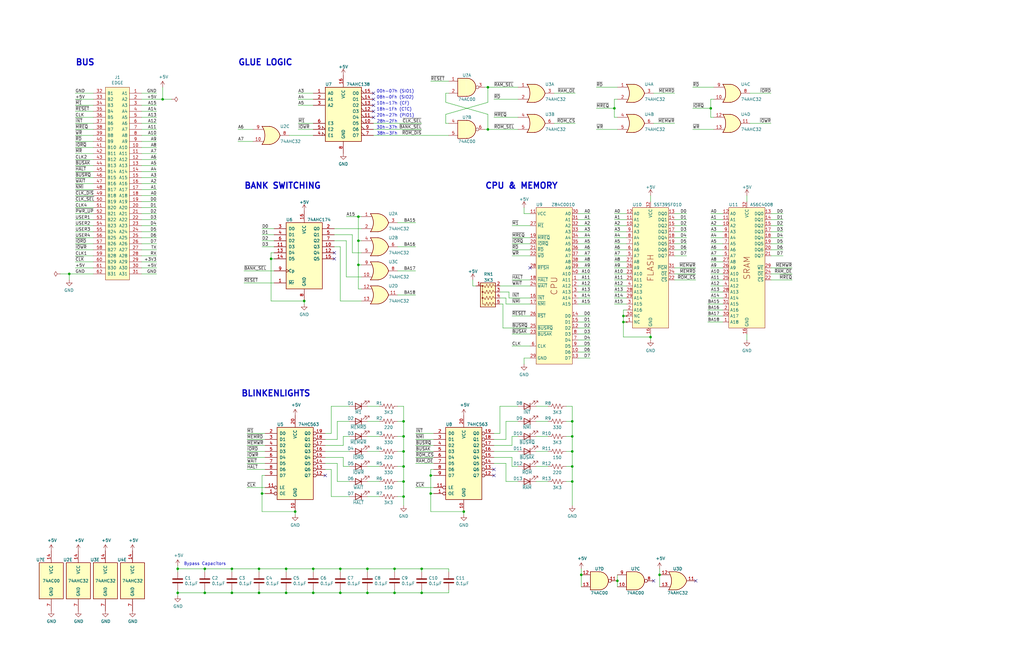
<source format=kicad_sch>
(kicad_sch (version 20211123) (generator eeschema)
  (paper "USLedger")
  (title_block (title "CPU,  64K FLASH, 512K RAM, with blinkenlights") (date "2022-10-27") (rev "1.1") (company "Frederic Segard, aka: The Micro Hobbyist") (comment 4 "Done with the inspiration of Grant Searl and John Winans"))
  (junction (at 241.3 177.8))
  (junction (at 114.3 109.22))
  (junction (at 97.79 240.03))
  (junction (at 205.74 36.83))
  (junction (at 170.18 196.85))
  (junction (at 132.08 250.19))
  (junction (at 278.13 242.57))
  (junction (at 109.22 240.03))
  (junction (at 29.21 115.57))
  (junction (at 74.93 240.03))
  (junction (at 262.89 135.89))
  (junction (at 177.8 250.19))
  (junction (at 154.94 240.03))
  (junction (at 170.18 209.55))
  (junction (at 110.49 208.28))
  (junction (at 274.32 142.24))
  (junction (at 97.79 250.19))
  (junction (at 154.94 250.19))
  (junction (at 177.8 240.03))
  (junction (at 143.51 250.19))
  (junction (at 205.74 54.61))
  (junction (at 170.18 203.2))
  (junction (at 170.18 177.8))
  (junction (at 151.13 101.6))
  (junction (at 124.46 215.9))
  (junction (at 241.3 190.5))
  (junction (at 151.13 111.76))
  (junction (at 68.58 41.91))
  (junction (at 86.36 240.03))
  (junction (at 132.08 240.03))
  (junction (at 170.18 184.15))
  (junction (at 74.93 250.19))
  (junction (at 181.61 200.66))
  (junction (at 170.18 190.5))
  (junction (at 241.3 196.85))
  (junction (at 120.65 250.19))
  (junction (at 241.3 203.2))
  (junction (at 120.65 240.03))
  (junction (at 143.51 240.03))
  (junction (at 299.72 45.72))
  (junction (at 128.27 127))
  (junction (at 259.08 45.72))
  (junction (at 181.61 208.28))
  (junction (at 260.35 245.11))
  (junction (at 245.11 242.57))
  (junction (at 166.37 240.03))
  (junction (at 86.36 250.19))
  (junction (at 151.13 91.44))
  (junction (at 262.89 133.35))
  (junction (at 195.58 215.9))
  (junction (at 109.22 250.19))
  (junction (at 241.3 184.15))
  (junction (at 166.37 250.19))
  (no_connect (at 157.48 44.45))
  (no_connect (at 137.16 200.66))
  (no_connect (at 275.59 245.11))
  (no_connect (at 293.37 245.11))
  (no_connect (at 140.97 106.68))
  (no_connect (at 208.28 200.66))
  (no_connect (at 208.28 198.12))
  (no_connect (at 157.48 46.99))
  (no_connect (at 140.97 109.22))
  (no_connect (at 157.48 49.53))
  (no_connect (at 157.48 39.37))
  (no_connect (at 157.48 41.91))
  (no_connect (at 223.52 113.03))
  (wire (pts (xy 304.8 107.95) (xy 299.72 107.95)))
  (wire (pts (xy 208.28 49.53) (xy 218.44 49.53)))
  (wire (pts (xy 31.75 39.37) (xy 39.37 39.37)))
  (wire (pts (xy 199.39 118.11) (xy 199.39 120.65)))
  (wire (pts (xy 284.48 100.33) (xy 289.56 100.33)))
  (wire (pts (xy 59.69 105.41) (xy 66.04 105.41)))
  (wire (pts (xy 325.12 113.03) (xy 334.01 113.03)))
  (wire (pts (xy 264.16 92.71) (xy 259.08 92.71)))
  (wire (pts (xy 166.37 241.3) (xy 166.37 240.03)))
  (wire (pts (xy 189.23 241.3) (xy 189.23 240.03)))
  (wire (pts (xy 210.82 182.88) (xy 210.82 171.45)))
  (wire (pts (xy 170.18 177.8) (xy 170.18 184.15)))
  (wire (pts (xy 208.28 185.42) (xy 213.36 185.42)))
  (wire (pts (xy 143.51 127) (xy 143.51 104.14)))
  (wire (pts (xy 264.16 133.35) (xy 262.89 133.35)))
  (wire (pts (xy 243.84 107.95) (xy 248.92 107.95)))
  (wire (pts (xy 200.66 120.65) (xy 199.39 120.65)))
  (wire (pts (xy 215.9 146.05) (xy 223.52 146.05)))
  (wire (pts (xy 137.16 195.58) (xy 142.24 195.58)))
  (wire (pts (xy 226.06 203.2) (xy 231.14 203.2)))
  (wire (pts (xy 104.14 182.88) (xy 111.76 182.88)))
  (wire (pts (xy 59.69 95.25) (xy 66.04 95.25)))
  (wire (pts (xy 177.8 240.03) (xy 166.37 240.03)))
  (wire (pts (xy 243.84 128.27) (xy 248.92 128.27)))
  (wire (pts (xy 144.78 193.04) (xy 144.78 196.85)))
  (wire (pts (xy 264.16 107.95) (xy 259.08 107.95)))
  (wire (pts (xy 167.64 203.2) (xy 170.18 203.2)))
  (wire (pts (xy 213.36 203.2) (xy 218.44 203.2)))
  (wire (pts (xy 110.49 99.06) (xy 115.57 99.06)))
  (wire (pts (xy 215.9 100.33) (xy 223.52 100.33)))
  (wire (pts (xy 167.64 190.5) (xy 170.18 190.5)))
  (wire (pts (xy 181.61 208.28) (xy 182.88 208.28)))
  (wire (pts (xy 325.12 115.57) (xy 334.01 115.57)))
  (wire (pts (xy 175.26 205.74) (xy 182.88 205.74)))
  (wire (pts (xy 31.75 87.63) (xy 39.37 87.63)))
  (wire (pts (xy 154.94 209.55) (xy 160.02 209.55)))
  (wire (pts (xy 143.51 127) (xy 152.4 127)))
  (wire (pts (xy 109.22 248.92) (xy 109.22 250.19)))
  (wire (pts (xy 259.08 41.91) (xy 260.35 41.91)))
  (wire (pts (xy 59.69 54.61) (xy 66.04 54.61)))
  (wire (pts (xy 264.16 105.41) (xy 259.08 105.41)))
  (wire (pts (xy 226.06 190.5) (xy 231.14 190.5)))
  (wire (pts (xy 31.75 59.69) (xy 39.37 59.69)))
  (wire (pts (xy 59.69 69.85) (xy 66.04 69.85)))
  (wire (pts (xy 325.12 90.17) (xy 330.2 90.17)))
  (wire (pts (xy 74.93 248.92) (xy 74.93 250.19)))
  (wire (pts (xy 120.65 240.03) (xy 109.22 240.03)))
  (wire (pts (xy 114.3 106.68) (xy 114.3 109.22)))
  (wire (pts (xy 114.3 109.22) (xy 114.3 127)))
  (wire (pts (xy 189.23 39.37) (xy 187.96 39.37)))
  (wire (pts (xy 31.75 74.93) (xy 39.37 74.93)))
  (wire (pts (xy 31.75 82.55) (xy 39.37 82.55)))
  (wire (pts (xy 29.21 115.57) (xy 39.37 115.57)))
  (wire (pts (xy 233.68 39.37) (xy 242.57 39.37)))
  (wire (pts (xy 132.08 250.19) (xy 143.51 250.19)))
  (wire (pts (xy 31.75 62.23) (xy 39.37 62.23)))
  (wire (pts (xy 210.82 120.65) (xy 223.52 120.65)))
  (wire (pts (xy 215.9 187.96) (xy 215.9 184.15)))
  (wire (pts (xy 142.24 185.42) (xy 142.24 177.8)))
  (wire (pts (xy 243.84 146.05) (xy 248.92 146.05)))
  (wire (pts (xy 304.8 115.57) (xy 299.72 115.57)))
  (wire (pts (xy 137.16 182.88) (xy 139.7 182.88)))
  (wire (pts (xy 292.1 36.83) (xy 300.99 36.83)))
  (wire (pts (xy 243.84 138.43) (xy 248.92 138.43)))
  (wire (pts (xy 86.36 240.03) (xy 74.93 240.03)))
  (wire (pts (xy 170.18 190.5) (xy 170.18 196.85)))
  (wire (pts (xy 260.35 245.11) (xy 260.35 247.65)))
  (wire (pts (xy 264.16 100.33) (xy 259.08 100.33)))
  (wire (pts (xy 304.8 100.33) (xy 299.72 100.33)))
  (wire (pts (xy 142.24 195.58) (xy 142.24 203.2)))
  (wire (pts (xy 264.16 118.11) (xy 259.08 118.11)))
  (wire (pts (xy 121.92 57.15) (xy 132.08 57.15)))
  (wire (pts (xy 262.89 130.81) (xy 264.16 130.81)))
  (wire (pts (xy 59.69 102.87) (xy 66.04 102.87)))
  (wire (pts (xy 97.79 250.19) (xy 109.22 250.19)))
  (wire (pts (xy 264.16 95.25) (xy 259.08 95.25)))
  (wire (pts (xy 59.69 92.71) (xy 66.04 92.71)))
  (wire (pts (xy 210.82 171.45) (xy 218.44 171.45)))
  (wire (pts (xy 262.89 133.35) (xy 262.89 135.89)))
  (wire (pts (xy 154.94 177.8) (xy 160.02 177.8)))
  (wire (pts (xy 167.64 171.45) (xy 170.18 171.45)))
  (wire (pts (xy 167.64 184.15) (xy 170.18 184.15)))
  (wire (pts (xy 120.65 241.3) (xy 120.65 240.03)))
  (wire (pts (xy 31.75 44.45) (xy 39.37 44.45)))
  (wire (pts (xy 154.94 248.92) (xy 154.94 250.19)))
  (wire (pts (xy 86.36 250.19) (xy 97.79 250.19)))
  (wire (pts (xy 167.64 124.46) (xy 175.26 124.46)))
  (wire (pts (xy 243.84 125.73) (xy 248.92 125.73)))
  (wire (pts (xy 304.8 97.79) (xy 299.72 97.79)))
  (wire (pts (xy 215.9 140.97) (xy 223.52 140.97)))
  (wire (pts (xy 104.14 193.04) (xy 111.76 193.04)))
  (wire (pts (xy 293.37 118.11) (xy 284.48 118.11)))
  (wire (pts (xy 151.13 121.92) (xy 152.4 121.92)))
  (wire (pts (xy 59.69 100.33) (xy 66.04 100.33)))
  (wire (pts (xy 177.8 250.19) (xy 189.23 250.19)))
  (wire (pts (xy 314.96 82.55) (xy 314.96 85.09)))
  (wire (pts (xy 109.22 250.19) (xy 120.65 250.19)))
  (wire (pts (xy 151.13 101.6) (xy 152.4 101.6)))
  (wire (pts (xy 167.64 196.85) (xy 170.18 196.85)))
  (wire (pts (xy 299.72 41.91) (xy 300.99 41.91)))
  (wire (pts (xy 31.75 52.07) (xy 39.37 52.07)))
  (wire (pts (xy 120.65 248.92) (xy 120.65 250.19)))
  (wire (pts (xy 59.69 41.91) (xy 68.58 41.91)))
  (wire (pts (xy 31.75 107.95) (xy 39.37 107.95)))
  (wire (pts (xy 189.23 248.92) (xy 189.23 250.19)))
  (wire (pts (xy 175.26 187.96) (xy 182.88 187.96)))
  (wire (pts (xy 31.75 95.25) (xy 39.37 95.25)))
  (wire (pts (xy 304.8 105.41) (xy 299.72 105.41)))
  (wire (pts (xy 304.8 92.71) (xy 299.72 92.71)))
  (wire (pts (xy 208.28 193.04) (xy 215.9 193.04)))
  (wire (pts (xy 205.74 36.83) (xy 218.44 36.83)))
  (wire (pts (xy 170.18 203.2) (xy 170.18 209.55)))
  (wire (pts (xy 304.8 110.49) (xy 299.72 110.49)))
  (wire (pts (xy 125.73 54.61) (xy 132.08 54.61)))
  (wire (pts (xy 139.7 182.88) (xy 139.7 171.45)))
  (wire (pts (xy 208.28 187.96) (xy 215.9 187.96)))
  (wire (pts (xy 143.51 104.14) (xy 140.97 104.14)))
  (wire (pts (xy 125.73 44.45) (xy 132.08 44.45)))
  (wire (pts (xy 243.84 92.71) (xy 248.92 92.71)))
  (wire (pts (xy 260.35 242.57) (xy 260.35 245.11)))
  (wire (pts (xy 299.72 49.53) (xy 300.99 49.53)))
  (wire (pts (xy 31.75 90.17) (xy 39.37 90.17)))
  (wire (pts (xy 245.11 240.03) (xy 245.11 242.57)))
  (wire (pts (xy 100.33 59.69) (xy 106.68 59.69)))
  (wire (pts (xy 125.73 52.07) (xy 132.08 52.07)))
  (wire (pts (xy 97.79 240.03) (xy 86.36 240.03)))
  (wire (pts (xy 208.28 182.88) (xy 210.82 182.88)))
  (wire (pts (xy 175.26 190.5) (xy 182.88 190.5)))
  (wire (pts (xy 74.93 250.19) (xy 86.36 250.19)))
  (wire (pts (xy 325.12 102.87) (xy 330.2 102.87)))
  (wire (pts (xy 215.9 95.25) (xy 223.52 95.25)))
  (wire (pts (xy 137.16 185.42) (xy 142.24 185.42)))
  (wire (pts (xy 31.75 105.41) (xy 39.37 105.41)))
  (wire (pts (xy 264.16 128.27) (xy 259.08 128.27)))
  (wire (pts (xy 140.97 96.52) (xy 152.4 96.52)))
  (wire (pts (xy 74.93 240.03) (xy 74.93 241.3)))
  (wire (pts (xy 205.74 48.26) (xy 187.96 43.18)))
  (wire (pts (xy 59.69 90.17) (xy 66.04 90.17)))
  (wire (pts (xy 223.52 90.17) (xy 220.98 90.17)))
  (wire (pts (xy 213.36 128.27) (xy 223.52 128.27)))
  (wire (pts (xy 316.23 39.37) (xy 325.12 39.37)))
  (wire (pts (xy 151.13 111.76) (xy 152.4 111.76)))
  (wire (pts (xy 243.84 97.79) (xy 248.92 97.79)))
  (wire (pts (xy 274.32 140.97) (xy 274.32 142.24)))
  (wire (pts (xy 238.76 203.2) (xy 241.3 203.2)))
  (wire (pts (xy 104.14 205.74) (xy 111.76 205.74)))
  (wire (pts (xy 205.74 43.18) (xy 187.96 48.26)))
  (wire (pts (xy 195.58 215.9) (xy 195.58 217.17)))
  (wire (pts (xy 31.75 80.01) (xy 39.37 80.01)))
  (wire (pts (xy 241.3 184.15) (xy 241.3 190.5)))
  (wire (pts (xy 137.16 190.5) (xy 147.32 190.5)))
  (wire (pts (xy 210.82 128.27) (xy 212.09 128.27)))
  (wire (pts (xy 284.48 90.17) (xy 289.56 90.17)))
  (wire (pts (xy 293.37 115.57) (xy 284.48 115.57)))
  (wire (pts (xy 31.75 110.49) (xy 39.37 110.49)))
  (wire (pts (xy 304.8 120.65) (xy 299.72 120.65)))
  (wire (pts (xy 213.36 125.73) (xy 213.36 128.27)))
  (wire (pts (xy 31.75 57.15) (xy 39.37 57.15)))
  (wire (pts (xy 262.89 142.24) (xy 274.32 142.24)))
  (wire (pts (xy 170.18 171.45) (xy 170.18 177.8)))
  (wire (pts (xy 189.23 52.07) (xy 187.96 52.07)))
  (wire (pts (xy 292.1 54.61) (xy 300.99 54.61)))
  (wire (pts (xy 325.12 92.71) (xy 330.2 92.71)))
  (wire (pts (xy 241.3 196.85) (xy 241.3 203.2)))
  (wire (pts (xy 175.26 195.58) (xy 182.88 195.58)))
  (wire (pts (xy 167.64 177.8) (xy 170.18 177.8)))
  (wire (pts (xy 132.08 248.92) (xy 132.08 250.19)))
  (wire (pts (xy 74.93 250.19) (xy 74.93 251.46)))
  (wire (pts (xy 104.14 198.12) (xy 111.76 198.12)))
  (wire (pts (xy 97.79 241.3) (xy 97.79 240.03)))
  (wire (pts (xy 110.49 200.66) (xy 110.49 208.28)))
  (wire (pts (xy 139.7 209.55) (xy 147.32 209.55)))
  (wire (pts (xy 215.9 107.95) (xy 223.52 107.95)))
  (wire (pts (xy 325.12 100.33) (xy 330.2 100.33)))
  (wire (pts (xy 278.13 242.57) (xy 278.13 247.65)))
  (wire (pts (xy 304.8 125.73) (xy 299.72 125.73)))
  (wire (pts (xy 304.8 90.17) (xy 299.72 90.17)))
  (wire (pts (xy 259.08 45.72) (xy 259.08 49.53)))
  (wire (pts (xy 125.73 39.37) (xy 132.08 39.37)))
  (wire (pts (xy 31.75 46.99) (xy 39.37 46.99)))
  (wire (pts (xy 154.94 184.15) (xy 160.02 184.15)))
  (wire (pts (xy 223.52 151.13) (xy 220.98 151.13)))
  (wire (pts (xy 170.18 209.55) (xy 170.18 213.36)))
  (wire (pts (xy 132.08 241.3) (xy 132.08 240.03)))
  (wire (pts (xy 111.76 200.66) (xy 110.49 200.66)))
  (wire (pts (xy 59.69 46.99) (xy 66.04 46.99)))
  (wire (pts (xy 31.75 92.71) (xy 39.37 92.71)))
  (wire (pts (xy 243.84 140.97) (xy 248.92 140.97)))
  (wire (pts (xy 189.23 240.03) (xy 177.8 240.03)))
  (wire (pts (xy 154.94 190.5) (xy 160.02 190.5)))
  (wire (pts (xy 148.59 99.06) (xy 140.97 99.06)))
  (wire (pts (xy 170.18 196.85) (xy 170.18 203.2)))
  (wire (pts (xy 144.78 196.85) (xy 147.32 196.85)))
  (wire (pts (xy 139.7 171.45) (xy 147.32 171.45)))
  (wire (pts (xy 59.69 64.77) (xy 66.04 64.77)))
  (wire (pts (xy 298.45 135.89) (xy 304.8 135.89)))
  (wire (pts (xy 181.61 200.66) (xy 181.61 198.12)))
  (wire (pts (xy 157.48 52.07) (xy 177.8 52.07)))
  (wire (pts (xy 177.8 248.92) (xy 177.8 250.19)))
  (wire (pts (xy 264.16 97.79) (xy 259.08 97.79)))
  (wire (pts (xy 175.26 193.04) (xy 182.88 193.04)))
  (wire (pts (xy 304.8 95.25) (xy 299.72 95.25)))
  (wire (pts (xy 181.61 200.66) (xy 182.88 200.66)))
  (wire (pts (xy 215.9 133.35) (xy 223.52 133.35)))
  (wire (pts (xy 325.12 95.25) (xy 330.2 95.25)))
  (wire (pts (xy 243.84 105.41) (xy 248.92 105.41)))
  (wire (pts (xy 298.45 130.81) (xy 304.8 130.81)))
  (wire (pts (xy 251.46 54.61) (xy 260.35 54.61)))
  (wire (pts (xy 262.89 135.89) (xy 264.16 135.89)))
  (wire (pts (xy 213.36 185.42) (xy 213.36 177.8)))
  (wire (pts (xy 251.46 36.83) (xy 260.35 36.83)))
  (wire (pts (xy 86.36 248.92) (xy 86.36 250.19)))
  (wire (pts (xy 59.69 74.93) (xy 66.04 74.93)))
  (wire (pts (xy 144.78 187.96) (xy 144.78 184.15)))
  (wire (pts (xy 208.28 195.58) (xy 213.36 195.58)))
  (wire (pts (xy 125.73 41.91) (xy 132.08 41.91)))
  (wire (pts (xy 137.16 193.04) (xy 144.78 193.04)))
  (wire (pts (xy 238.76 190.5) (xy 241.3 190.5)))
  (wire (pts (xy 264.16 125.73) (xy 259.08 125.73)))
  (wire (pts (xy 264.16 113.03) (xy 259.08 113.03)))
  (wire (pts (xy 243.84 100.33) (xy 248.92 100.33)))
  (wire (pts (xy 29.21 115.57) (xy 29.21 118.11)))
  (wire (pts (xy 31.75 97.79) (xy 39.37 97.79)))
  (wire (pts (xy 166.37 240.03) (xy 154.94 240.03)))
  (wire (pts (xy 104.14 187.96) (xy 111.76 187.96)))
  (wire (pts (xy 59.69 52.07) (xy 66.04 52.07)))
  (wire (pts (xy 220.98 87.63) (xy 220.98 90.17)))
  (wire (pts (xy 148.59 106.68) (xy 148.59 99.06)))
  (wire (pts (xy 59.69 87.63) (xy 66.04 87.63)))
  (wire (pts (xy 157.48 57.15) (xy 189.23 57.15)))
  (wire (pts (xy 213.36 195.58) (xy 213.36 203.2)))
  (wire (pts (xy 167.64 114.3) (xy 175.26 114.3)))
  (wire (pts (xy 59.69 59.69) (xy 66.04 59.69)))
  (wire (pts (xy 213.36 177.8) (xy 218.44 177.8)))
  (wire (pts (xy 215.9 196.85) (xy 218.44 196.85)))
  (wire (pts (xy 212.09 138.43) (xy 223.52 138.43)))
  (wire (pts (xy 100.33 54.61) (xy 106.68 54.61)))
  (wire (pts (xy 102.87 114.3) (xy 115.57 114.3)))
  (wire (pts (xy 59.69 113.03) (xy 66.04 113.03)))
  (wire (pts (xy 59.69 85.09) (xy 66.04 85.09)))
  (wire (pts (xy 59.69 39.37) (xy 66.04 39.37)))
  (wire (pts (xy 264.16 120.65) (xy 259.08 120.65)))
  (wire (pts (xy 175.26 182.88) (xy 182.88 182.88)))
  (wire (pts (xy 241.3 203.2) (xy 241.3 213.36)))
  (wire (pts (xy 59.69 72.39) (xy 66.04 72.39)))
  (wire (pts (xy 205.74 36.83) (xy 205.74 43.18)))
  (wire (pts (xy 68.58 36.83) (xy 68.58 41.91)))
  (wire (pts (xy 274.32 82.55) (xy 274.32 85.09)))
  (wire (pts (xy 243.84 120.65) (xy 248.92 120.65)))
  (wire (pts (xy 243.84 151.13) (xy 248.92 151.13)))
  (wire (pts (xy 284.48 97.79) (xy 289.56 97.79)))
  (wire (pts (xy 110.49 208.28) (xy 110.49 215.9)))
  (wire (pts (xy 59.69 49.53) (xy 66.04 49.53)))
  (wire (pts (xy 31.75 49.53) (xy 39.37 49.53)))
  (wire (pts (xy 66.04 110.49) (xy 59.69 110.49)))
  (wire (pts (xy 151.13 91.44) (xy 152.4 91.44)))
  (wire (pts (xy 215.9 118.11) (xy 223.52 118.11)))
  (wire (pts (xy 25.4 115.57) (xy 29.21 115.57)))
  (wire (pts (xy 31.75 85.09) (xy 39.37 85.09)))
  (wire (pts (xy 31.75 77.47) (xy 39.37 77.47)))
  (wire (pts (xy 109.22 240.03) (xy 97.79 240.03)))
  (wire (pts (xy 31.75 113.03) (xy 39.37 113.03)))
  (wire (pts (xy 214.63 123.19) (xy 214.63 125.73)))
  (wire (pts (xy 304.8 118.11) (xy 299.72 118.11)))
  (wire (pts (xy 243.84 113.03) (xy 248.92 113.03)))
  (wire (pts (xy 243.84 90.17) (xy 248.92 90.17)))
  (wire (pts (xy 325.12 105.41) (xy 330.2 105.41)))
  (wire (pts (xy 142.24 203.2) (xy 147.32 203.2)))
  (wire (pts (xy 274.32 142.24) (xy 274.32 143.51)))
  (wire (pts (xy 110.49 96.52) (xy 115.57 96.52)))
  (wire (pts (xy 110.49 104.14) (xy 115.57 104.14)))
  (wire (pts (xy 243.84 148.59) (xy 248.92 148.59)))
  (wire (pts (xy 181.61 198.12) (xy 182.88 198.12)))
  (wire (pts (xy 181.61 34.29) (xy 189.23 34.29)))
  (wire (pts (xy 187.96 39.37) (xy 187.96 43.18)))
  (wire (pts (xy 144.78 184.15) (xy 147.32 184.15)))
  (wire (pts (xy 259.08 41.91) (xy 259.08 45.72)))
  (wire (pts (xy 212.09 128.27) (xy 212.09 138.43)))
  (wire (pts (xy 110.49 208.28) (xy 111.76 208.28)))
  (wire (pts (xy 284.48 113.03) (xy 293.37 113.03)))
  (wire (pts (xy 148.59 106.68) (xy 152.4 106.68)))
  (wire (pts (xy 243.84 118.11) (xy 248.92 118.11)))
  (wire (pts (xy 325.12 118.11) (xy 334.01 118.11)))
  (wire (pts (xy 143.51 240.03) (xy 132.08 240.03)))
  (wire (pts (xy 304.8 102.87) (xy 299.72 102.87)))
  (wire (pts (xy 137.16 187.96) (xy 144.78 187.96)))
  (wire (pts (xy 226.06 177.8) (xy 231.14 177.8)))
  (wire (pts (xy 104.14 195.58) (xy 111.76 195.58)))
  (wire (pts (xy 284.48 92.71) (xy 289.56 92.71)))
  (wire (pts (xy 132.08 240.03) (xy 120.65 240.03)))
  (wire (pts (xy 167.64 209.55) (xy 170.18 209.55)))
  (wire (pts (xy 264.16 110.49) (xy 259.08 110.49)))
  (wire (pts (xy 205.74 54.61) (xy 218.44 54.61)))
  (wire (pts (xy 137.16 198.12) (xy 139.7 198.12)))
  (wire (pts (xy 241.3 177.8) (xy 241.3 184.15)))
  (wire (pts (xy 233.68 52.07) (xy 242.57 52.07)))
  (wire (pts (xy 259.08 49.53) (xy 260.35 49.53)))
  (wire (pts (xy 298.45 128.27) (xy 304.8 128.27)))
  (wire (pts (xy 325.12 107.95) (xy 330.2 107.95)))
  (wire (pts (xy 298.45 133.35) (xy 304.8 133.35)))
  (wire (pts (xy 170.18 184.15) (xy 170.18 190.5)))
  (wire (pts (xy 154.94 241.3) (xy 154.94 240.03)))
  (wire (pts (xy 284.48 105.41) (xy 289.56 105.41)))
  (wire (pts (xy 243.84 123.19) (xy 248.92 123.19)))
  (wire (pts (xy 215.9 193.04) (xy 215.9 196.85)))
  (wire (pts (xy 195.58 215.9) (xy 181.61 215.9)))
  (wire (pts (xy 124.46 215.9) (xy 110.49 215.9)))
  (wire (pts (xy 262.89 130.81) (xy 262.89 133.35)))
  (wire (pts (xy 299.72 45.72) (xy 299.72 49.53)))
  (wire (pts (xy 104.14 190.5) (xy 111.76 190.5)))
  (wire (pts (xy 181.61 208.28) (xy 181.61 215.9)))
  (wire (pts (xy 314.96 140.97) (xy 314.96 143.51)))
  (wire (pts (xy 262.89 135.89) (xy 262.89 142.24)))
  (wire (pts (xy 251.46 45.72) (xy 259.08 45.72)))
  (wire (pts (xy 245.11 242.57) (xy 245.11 247.65)))
  (wire (pts (xy 238.76 171.45) (xy 241.3 171.45)))
  (wire (pts (xy 104.14 185.42) (xy 111.76 185.42)))
  (wire (pts (xy 204.47 36.83) (xy 205.74 36.83)))
  (wire (pts (xy 128.27 128.27) (xy 128.27 127)))
  (wire (pts (xy 292.1 45.72) (xy 299.72 45.72)))
  (wire (pts (xy 238.76 184.15) (xy 241.3 184.15)))
  (wire (pts (xy 166.37 250.19) (xy 177.8 250.19)))
  (wire (pts (xy 264.16 90.17) (xy 259.08 90.17)))
  (wire (pts (xy 243.84 135.89) (xy 248.92 135.89)))
  (wire (pts (xy 59.69 115.57) (xy 66.04 115.57)))
  (wire (pts (xy 226.06 171.45) (xy 231.14 171.45)))
  (wire (pts (xy 151.13 101.6) (xy 151.13 111.76)))
  (wire (pts (xy 210.82 125.73) (xy 213.36 125.73)))
  (wire (pts (xy 238.76 196.85) (xy 241.3 196.85)))
  (wire (pts (xy 151.13 111.76) (xy 151.13 121.92)))
  (wire (pts (xy 208.28 190.5) (xy 218.44 190.5)))
  (wire (pts (xy 31.75 64.77) (xy 39.37 64.77)))
  (wire (pts (xy 86.36 241.3) (xy 86.36 240.03)))
  (wire (pts (xy 31.75 67.31) (xy 39.37 67.31)))
  (wire (pts (xy 146.05 116.84) (xy 152.4 116.84)))
  (wire (pts (xy 59.69 62.23) (xy 66.04 62.23)))
  (wire (pts (xy 278.13 240.03) (xy 278.13 242.57)))
  (wire (pts (xy 115.57 106.68) (xy 114.3 106.68)))
  (wire (pts (xy 154.94 196.85) (xy 160.02 196.85)))
  (wire (pts (xy 167.64 93.98) (xy 175.26 93.98)))
  (wire (pts (xy 167.64 104.14) (xy 175.26 104.14)))
  (wire (pts (xy 210.82 123.19) (xy 214.63 123.19)))
  (wire (pts (xy 157.48 54.61) (xy 177.8 54.61)))
  (wire (pts (xy 59.69 82.55) (xy 66.04 82.55)))
  (wire (pts (xy 205.74 48.26) (xy 205.74 54.61)))
  (wire (pts (xy 177.8 241.3) (xy 177.8 240.03)))
  (wire (pts (xy 243.84 133.35) (xy 248.92 133.35)))
  (wire (pts (xy 74.93 238.76) (xy 74.93 240.03)))
  (wire (pts (xy 31.75 69.85) (xy 39.37 69.85)))
  (wire (pts (xy 31.75 102.87) (xy 39.37 102.87)))
  (wire (pts (xy 143.51 248.92) (xy 143.51 250.19)))
  (wire (pts (xy 142.24 177.8) (xy 147.32 177.8)))
  (wire (pts (xy 97.79 248.92) (xy 97.79 250.19)))
  (wire (pts (xy 31.75 41.91) (xy 39.37 41.91)))
  (wire (pts (xy 299.72 41.91) (xy 299.72 45.72)))
  (wire (pts (xy 241.3 190.5) (xy 241.3 196.85)))
  (wire (pts (xy 215.9 184.15) (xy 218.44 184.15)))
  (wire (pts (xy 143.51 241.3) (xy 143.51 240.03)))
  (wire (pts (xy 204.47 54.61) (xy 205.74 54.61)))
  (wire (pts (xy 31.75 72.39) (xy 39.37 72.39)))
  (wire (pts (xy 214.63 125.73) (xy 223.52 125.73)))
  (wire (pts (xy 59.69 107.95) (xy 66.04 107.95)))
  (wire (pts (xy 110.49 101.6) (xy 115.57 101.6)))
  (wire (pts (xy 243.84 95.25) (xy 248.92 95.25)))
  (wire (pts (xy 151.13 91.44) (xy 151.13 101.6)))
  (wire (pts (xy 325.12 97.79) (xy 330.2 97.79)))
  (wire (pts (xy 215.9 102.87) (xy 223.52 102.87)))
  (wire (pts (xy 109.22 241.3) (xy 109.22 240.03)))
  (wire (pts (xy 31.75 100.33) (xy 39.37 100.33)))
  (wire (pts (xy 72.39 41.91) (xy 68.58 41.91)))
  (wire (pts (xy 264.16 123.19) (xy 259.08 123.19)))
  (wire (pts (xy 114.3 127) (xy 128.27 127)))
  (wire (pts (xy 243.84 115.57) (xy 248.92 115.57)))
  (wire (pts (xy 139.7 198.12) (xy 139.7 209.55)))
  (wire (pts (xy 284.48 102.87) (xy 289.56 102.87)))
  (wire (pts (xy 124.46 215.9) (xy 124.46 217.17)))
  (wire (pts (xy 226.06 184.15) (xy 231.14 184.15)))
  (wire (pts (xy 59.69 57.15) (xy 66.04 57.15)))
  (wire (pts (xy 243.84 143.51) (xy 248.92 143.51)))
  (wire (pts (xy 59.69 97.79) (xy 66.04 97.79)))
  (wire (pts (xy 143.51 250.19) (xy 154.94 250.19)))
  (wire (pts (xy 154.94 203.2) (xy 160.02 203.2)))
  (wire (pts (xy 284.48 107.95) (xy 289.56 107.95)))
  (wire (pts (xy 102.87 119.38) (xy 115.57 119.38)))
  (wire (pts (xy 208.28 41.91) (xy 218.44 41.91)))
  (wire (pts (xy 243.84 110.49) (xy 248.92 110.49)))
  (wire (pts (xy 304.8 123.19) (xy 299.72 123.19)))
  (wire (pts (xy 146.05 101.6) (xy 140.97 101.6)))
  (wire (pts (xy 284.48 95.25) (xy 289.56 95.25)))
  (wire (pts (xy 241.3 171.45) (xy 241.3 177.8)))
  (wire (pts (xy 226.06 196.85) (xy 231.14 196.85)))
  (wire (pts (xy 275.59 39.37) (xy 284.48 39.37)))
  (wire (pts (xy 59.69 44.45) (xy 66.04 44.45)))
  (wire (pts (xy 59.69 77.47) (xy 66.04 77.47)))
  (wire (pts (xy 59.69 67.31) (xy 66.04 67.31)))
  (wire (pts (xy 187.96 48.26) (xy 187.96 52.07)))
  (wire (pts (xy 120.65 250.19) (xy 132.08 250.19)))
  (wire (pts (xy 181.61 208.28) (xy 181.61 200.66)))
  (wire (pts (xy 59.69 80.01) (xy 66.04 80.01)))
  (wire (pts (xy 146.05 116.84) (xy 146.05 101.6)))
  (wire (pts (xy 215.9 105.41) (xy 223.52 105.41)))
  (wire (pts (xy 175.26 185.42) (xy 182.88 185.42)))
  (wire (pts (xy 264.16 102.87) (xy 259.08 102.87)))
  (wire (pts (xy 166.37 248.92) (xy 166.37 250.19)))
  (wire (pts (xy 304.8 113.03) (xy 299.72 113.03)))
  (wire (pts (xy 146.05 91.44) (xy 151.13 91.44)))
  (wire (pts (xy 114.3 109.22) (xy 115.57 109.22)))
  (wire (pts (xy 154.94 171.45) (xy 160.02 171.45)))
  (wire (pts (xy 220.98 151.13) (xy 220.98 153.67)))
  (wire (pts (xy 154.94 240.03) (xy 143.51 240.03)))
  (wire (pts (xy 154.94 250.19) (xy 166.37 250.19)))
  (wire (pts (xy 238.76 177.8) (xy 241.3 177.8)))
  (wire (pts (xy 264.16 115.57) (xy 259.08 115.57)))
  (wire (pts (xy 316.23 52.07) (xy 325.12 52.07)))
  (wire (pts (xy 31.75 54.61) (xy 39.37 54.61)))
  (wire (pts (xy 243.84 102.87) (xy 248.92 102.87)))
  (wire (pts (xy 275.59 52.07) (xy 284.48 52.07)))
  (text "08h-0Fh (SIO2)" (at 158.75 41.91 0) (effects (font (size 1.27 1.27)) (justify left bottom)))
  (text "38h-3Fh" (at 167.64 57.15 180) (effects (font (size 1.27 1.27)) (justify right bottom)))
  (text "GLUE LOGIC" (at 100.33 27.94 0) (effects (font (size 2.54 2.54) (thickness 0.508) bold) (justify left bottom)))
  (text "00h-07h (SIO1)" (at 158.75 39.37 0) (effects (font (size 1.27 1.27)) (justify left bottom)))
  (text "BLINKENLIGHTS" (at 101.6 167.64 0) (effects (font (size 2.54 2.54) (thickness 0.508) bold) (justify left bottom)))
  (text "BUS" (at 31.75 27.94 0) (effects (font (size 2.54 2.54) (thickness 0.508) bold) (justify left bottom)))
  (text "18h-1Fh (CTC)" (at 158.75 46.99 0) (effects (font (size 1.27 1.27)) (justify left bottom)))
  (text "CPU & MEMORY" (at 204.47 80.01 0) (effects (font (size 2.54 2.54) (thickness 0.508) bold) (justify left bottom)))
  (text "30h-37h" (at 167.64 54.61 180) (effects (font (size 1.27 1.27)) (justify right bottom)))
  (text "10h-17h (CF)" (at 158.75 44.45 0) (effects (font (size 1.27 1.27)) (justify left bottom)))
  (text "20h-27h (PIO1)" (at 158.75 49.53 0) (effects (font (size 1.27 1.27)) (justify left bottom)))
  (text "BANK SWITCHING" (at 102.87 80.01 0) (effects (font (size 2.54 2.54) (thickness 0.508) bold) (justify left bottom)))
  (text "Bypass Capacitors" (at 77.47 238.76 0) (effects (font (size 1.27 1.27)) (justify left bottom)))
  (text "28h-2Fh" (at 167.64 52.07 180) (effects (font (size 1.27 1.27)) (justify right bottom)))
  (label "D4" (at 289.56 100.33 180))
  (label "A11" (at 66.04 54.61 180))
  (label "~{WAIT}" (at 104.14 195.58 0))
  (label "~{RAM_OE}" (at 242.57 39.37 180))
  (label "~{BUSRQ}" (at 175.26 187.96 0))
  (label "~{ROM_CS}" (at 293.37 118.11 180))
  (label "A12" (at 299.72 120.65 0))
  (label "A3" (at 125.73 39.37 0))
  (label "A8" (at 299.72 110.49 0))
  (label "A7" (at 66.04 64.77 180))
  (label "~{IORQ}" (at 215.9 102.87 0))
  (label "~{WR}" (at 31.75 57.15 0))
  (label "A7" (at 100.33 59.69 0))
  (label "USER1" (at 31.75 92.71 0))
  (label "+5V" (at 66.04 113.03 180))
  (label "A15" (at 146.05 91.44 0))
  (label "D0" (at 66.04 85.09 180))
  (label "~{MEMRD}" (at 293.37 115.57 180))
  (label "~{MEMWR}" (at 104.14 187.96 0))
  (label "A6" (at 66.04 67.31 180))
  (label "+5V" (at 31.75 41.91 0))
  (label "A2" (at 248.92 95.25 180))
  (label "~{IORD}" (at 31.75 102.87 0))
  (label "~{RAM_OE}" (at 334.01 115.57 180))
  (label "~{ROM_SEL}" (at 208.28 54.61 0))
  (label "~{HALT}" (at 215.9 118.11 0))
  (label "A6" (at 100.33 54.61 0))
  (label "A1" (at 248.92 92.71 180))
  (label "~{MEMRD}" (at 104.14 185.42 0))
  (label "~{MR}" (at 31.75 64.77 0))
  (label "A10" (at 248.92 115.57 180))
  (label "A7" (at 248.92 107.95 180))
  (label "+5V" (at 31.75 113.03 0))
  (label "A3" (at 248.92 97.79 180))
  (label "D5" (at 248.92 146.05 180))
  (label "A15" (at 66.04 44.45 180))
  (label "A5" (at 125.73 44.45 0))
  (label "A9" (at 66.04 59.69 180))
  (label "~{HALT}" (at 104.14 198.12 0))
  (label "GND" (at 31.75 39.37 0))
  (label "A0" (at 66.04 82.55 180))
  (label "A6" (at 248.92 105.41 180))
  (label "D2" (at 330.2 95.25 180))
  (label "~{MEMRD}" (at 284.48 39.37 180))
  (label "A11" (at 259.08 118.11 0))
  (label "GND" (at 66.04 39.37 180))
  (label "BA16" (at 298.45 130.81 0))
  (label "D2" (at 110.49 101.6 0))
  (label "A3" (at 66.04 74.93 180))
  (label "~{RESET}" (at 102.87 119.38 0))
  (label "~{PWR_UP}" (at 31.75 90.17 0))
  (label "~{M1}" (at 125.73 52.07 0))
  (label "D0" (at 289.56 90.17 180))
  (label "D6" (at 289.56 105.41 180))
  (label "D7" (at 66.04 102.87 180))
  (label "USER2" (at 31.75 95.25 0))
  (label "~{HALT}" (at 31.75 72.39 0))
  (label "A15" (at 248.92 128.27 180))
  (label "~{RESET}" (at 181.61 34.29 0))
  (label "D7" (at 289.56 107.95 180))
  (label "~{NMI}" (at 175.26 185.42 0))
  (label "A13" (at 66.04 49.53 180))
  (label "D4" (at 66.04 95.25 180))
  (label "A7" (at 299.72 107.95 0))
  (label "A4" (at 259.08 100.33 0))
  (label "~{NMI}" (at 31.75 80.01 0))
  (label "D1" (at 66.04 87.63 180))
  (label "~{RD}" (at 215.9 105.41 0))
  (label "D5" (at 66.04 97.79 180))
  (label "~{WR}" (at 215.9 107.95 0))
  (label "D0" (at 248.92 133.35 180))
  (label "A9" (at 259.08 113.03 0))
  (label "~{CLK_SEL}" (at 31.75 85.09 0))
  (label "D3" (at 330.2 97.79 180))
  (label "D0" (at 330.2 90.17 180))
  (label "~{RAM_OE}" (at 175.26 195.58 0))
  (label "A1" (at 259.08 92.71 0))
  (label "~{M1}" (at 215.9 95.25 0))
  (label "A4" (at 299.72 100.33 0))
  (label "~{WAIT}" (at 31.75 77.47 0))
  (label "BA15" (at 298.45 128.27 0))
  (label "A8" (at 259.08 110.49 0))
  (label "~{BUSRQ}" (at 31.75 74.93 0))
  (label "~{CLK_SEL}" (at 177.8 52.07 180))
  (label "A9" (at 299.72 113.03 0))
  (label "D3" (at 289.56 97.79 180))
  (label "A8" (at 66.04 62.23 180))
  (label "A4" (at 66.04 72.39 180))
  (label "~{RD}" (at 208.28 41.91 0))
  (label "~{MEMWR}" (at 293.37 113.03 180))
  (label "~{CLK}" (at 175.26 205.74 0))
  (label "~{MREQ}" (at 215.9 100.33 0))
  (label "D4" (at 330.2 100.33 180))
  (label "A5" (at 66.04 69.85 180))
  (label "~{BANK_SEL}" (at 177.8 54.61 180))
  (label "D1" (at 248.92 135.89 180))
  (label "A8" (at 248.92 110.49 180))
  (label "D4" (at 248.92 143.51 180))
  (label "A9" (at 248.92 113.03 180))
  (label "BA16" (at 175.26 104.14 180))
  (label "~{INT}" (at 31.75 52.07 0))
  (label "~{MREQ}" (at 251.46 45.72 0))
  (label "A4" (at 248.92 100.33 180))
  (label "~{MEMWR}" (at 284.48 52.07 180))
  (label "GND" (at 31.75 115.57 0))
  (label "~{BANK_SEL}" (at 102.87 114.3 0))
  (label "~{CLK_DIS}" (at 31.75 82.55 0))
  (label "A13" (at 259.08 123.19 0))
  (label "A2" (at 299.72 95.25 0))
  (label "A1" (at 66.04 80.01 180))
  (label "+5V" (at 66.04 41.91 180))
  (label "CLK" (at 31.75 49.53 0))
  (label "A2" (at 259.08 95.25 0))
  (label "~{MREQ}" (at 208.28 49.53 0))
  (label "A12" (at 66.04 52.07 180))
  (label "~{IOWR}" (at 104.14 193.04 0))
  (label "BA18" (at 298.45 135.89 0))
  (label "~{WR}" (at 292.1 54.61 0))
  (label "A10" (at 66.04 57.15 180))
  (label "~{INT}" (at 175.26 182.88 0))
  (label "~{WR}" (at 251.46 54.61 0))
  (label "~{RD}" (at 292.1 36.83 0))
  (label "A7" (at 259.08 107.95 0))
  (label "D6" (at 330.2 105.41 180))
  (label "D0" (at 110.49 96.52 0))
  (label "A14" (at 259.08 125.73 0))
  (label "BA17" (at 175.26 114.3 180))
  (label "A5" (at 248.92 102.87 180))
  (label "~{ROM_CS}" (at 175.26 193.04 0))
  (label "~{RAM_SEL}" (at 208.28 36.83 0))
  (label "D1" (at 330.2 92.71 180))
  (label "A10" (at 299.72 115.57 0))
  (label "D3" (at 66.04 92.71 180))
  (label "~{IORD}" (at 104.14 190.5 0))
  (label "A11" (at 248.92 118.11 180))
  (label "D3" (at 110.49 104.14 0))
  (label "D5" (at 330.2 102.87 180))
  (label "~{NMI}" (at 215.9 128.27 0))
  (label "~{M1}" (at 104.14 182.88 0))
  (label "D2" (at 248.92 138.43 180))
  (label "A1" (at 299.72 92.71 0))
  (label "A14" (at 66.04 46.99 180))
  (label "~{M1}" (at 31.75 44.45 0))
  (label "A13" (at 248.92 123.19 180))
  (label "CLK" (at 215.9 146.05 0))
  (label "~{INT}" (at 215.9 125.73 0))
  (label "A5" (at 299.72 102.87 0))
  (label "CLK1" (at 31.75 107.95 0))
  (label "A3" (at 299.72 97.79 0))
  (label "A5" (at 259.08 102.87 0))
  (label "~{ROM_DIS}" (at 177.8 57.15 180))
  (label "~{MREQ}" (at 334.01 118.11 180))
  (label "A12" (at 259.08 120.65 0))
  (label "A14" (at 248.92 125.73 180))
  (label "D2" (at 289.56 95.25 180))
  (label "~{ROM_CS}" (at 242.57 52.07 180))
  (label "~{IORD}" (at 325.12 39.37 180))
  (label "D1" (at 110.49 99.06 0))
  (label "~{RESET}" (at 215.9 133.35 0))
  (label "D6" (at 66.04 100.33 180))
  (label "~{CLK}" (at 104.14 205.74 0))
  (label "A14" (at 299.72 125.73 0))
  (label "BA15" (at 175.26 93.98 180))
  (label "TX" (at 66.04 105.41 180))
  (label "USER4" (at 31.75 100.33 0))
  (label "A0" (at 248.92 90.17 180))
  (label "A15" (at 259.08 128.27 0))
  (label "A13" (at 299.72 123.19 0))
  (label "D7" (at 248.92 151.13 180))
  (label "~{RESET}" (at 31.75 46.99 0))
  (label "~{WAIT}" (at 215.9 120.65 0))
  (label "A6" (at 299.72 105.41 0))
  (label "~{BUSAK}" (at 215.9 140.97 0))
  (label "~{BUSAK}" (at 175.26 190.5 0))
  (label "~{IORQ}" (at 292.1 45.72 0))
  (label "~{IOWR}" (at 31.75 105.41 0))
  (label "~{RD}" (at 31.75 59.69 0))
  (label "~{RD}" (at 251.46 36.83 0))
  (label "A0" (at 299.72 90.17 0))
  (label "USER3" (at 31.75 97.79 0))
  (label "+3V3" (at 66.04 110.49 180))
  (label "~{CLK}" (at 31.75 110.49 0))
  (label "RX" (at 66.04 107.95 180))
  (label "~{BUSAK}" (at 31.75 69.85 0))
  (label "~{MREQ}" (at 31.75 54.61 0))
  (label "~{MEMWR}" (at 334.01 113.03 180))
  (label "A12" (at 248.92 120.65 180))
  (label "D2" (at 66.04 90.17 180))
  (label "A0" (at 259.08 90.17 0))
  (label "BA17" (at 298.45 133.35 0))
  (label "~{IOWR}" (at 125.73 54.61 0))
  (label "A10" (at 259.08 115.57 0))
  (label "BA18" (at 175.26 124.46 180))
  (label "A6" (at 259.08 105.41 0))
  (label "D1" (at 289.56 92.71 180))
  (label "D5" (at 289.56 102.87 180))
  (label "A11" (at 299.72 118.11 0))
  (label "D6" (at 248.92 148.59 180))
  (label "~{IORQ}" (at 31.75 62.23 0))
  (label "GND" (at 66.04 115.57 180))
  (label "A4" (at 125.73 41.91 0))
  (label "CLK2" (at 31.75 67.31 0))
  (label "D7" (at 330.2 107.95 180))
  (label "A2" (at 66.04 77.47 180))
  (label "CLK4" (at 31.75 87.63 0))
  (label "~{BUSRQ}" (at 215.9 138.43 0))
  (label "A3" (at 259.08 97.79 0))
  (label "D3" (at 248.92 140.97 180))
  (label "~{IOWR}" (at 325.12 52.07 180))
  (symbol (lib_id "0_Z80_Library:ISA_CARD_CONNECTOR") (at 49.53 36.83 0) (unit 1)
    (property "Reference" "J1" (at 49.53 32.639 0))
    (property "Value" "EDGE" (at 49.53 34.9504 0))
    (property "Footprint" "0_Z80_Library:BUS_XT" (effects hide))
    (property "Datasheet" "https://www.te.com/commerce/DocumentDelivery/DDEController?Action=showdoc&DocId=Customer+Drawing%7F5530843%7FF8%7Fpdf%7FEnglish%7FENG_CD_5530843_F8.pdf%7F6-5530843-5" (effects hide))
    (property "Description" "Standard Card Edge Connectors 100 VRT 062DP" (effects hide))
    (property "Height" "15.494" (effects hide))
    (property "Mouser Part Number" "571-6-5530843-5" (effects hide))
    (property "Mouser Price/Stock" "https://www.mouser.co.uk/ProductDetail/TE-Connectivity/6-5530843-5?qs=X1mjqRbeMc4evMKvgkFEjA%3D%3D" (effects hide))
    (property "Manufacturer_Name" "TE Connectivity" (effects hide))
    (property "Manufacturer_Part_Number" "6-5530843-5" (effects hide))
  )
  (symbol (lib_id "power:GND") (at 170.18 213.36 0) (unit 1)
    (property "Reference" "#PWR019" (effects hide))
    (property "Value" "GND" (at 170.18 217.8034 0))
  )
  (symbol (lib_id "Device:C") (at 120.65 245.11 0) (unit 1)
    (property "Reference" "C5" (at 123.571 243.9416 0) (effects (justify left)))
    (property "Value" "0.1µF" (at 123.571 246.253 0) (effects (justify left)))
    (property "Footprint" "Capacitor_THT:C_Disc_D3.0mm_W1.6mm_P2.50mm" (effects hide))
  )
  (symbol (lib_id "74xx:74LS32") (at 285.75 245.11 0) (unit 4)
    (property "Reference" "U3" (at 285.75 240.03 0))
    (property "Value" "74AHC32" (at 285.75 250.19 0))
    (property "Footprint" "Package_DIP:DIP-14_W7.62mm_Socket" (effects hide))
    (property "Datasheet" "http://www.ti.com/lit/gpn/sn74LS32" (effects hide))
  )
  (symbol (lib_id "Device:R_US") (at 234.95 196.85 90) (unit 1)
    (property "Reference" "R12" (at 232.41 195.58 90) (effects (justify left)))
    (property "Value" "220" (at 234.95 199.39 90))
    (property "Footprint" "Resistor_THT:R_Axial_DIN0207_L6.3mm_D2.5mm_P10.16mm_Horizontal" (effects hide))
  )
  (symbol (lib_id "Device:LED") (at 151.13 177.8 180) (unit 1)
    (property "Reference" "D2" (at 149.225 176.53 0) (effects (justify left)))
    (property "Value" "~{MEMRD}" (at 151.13 180.34 0))
    (property "Footprint" "LED_THT:LED_D3.0mm_Horizontal_O1.27mm_Z2.0mm_Clear" (effects hide))
  )
  (symbol (lib_id "Device:C") (at 97.79 245.11 0) (unit 1)
    (property "Reference" "C3" (at 100.711 243.9416 0) (effects (justify left)))
    (property "Value" "0.1µF" (at 100.711 246.253 0) (effects (justify left)))
    (property "Footprint" "Capacitor_THT:C_Disc_D3.0mm_W1.6mm_P2.50mm" (effects hide))
  )
  (symbol (lib_id "power:GND") (at 124.46 217.17 0) (unit 1)
    (property "Reference" "#PWR014" (effects hide))
    (property "Value" "GND" (at 124.46 221.6134 0))
  )
  (symbol (lib_id "power:+5V") (at 274.32 82.55 0) (unit 1)
    (property "Reference" "#PWR027" (effects hide))
    (property "Value" "+5V" (at 274.32 78.9742 0))
  )
  (symbol (lib_id "74xx:74LS32") (at 55.88 245.11 0) (unit 5)
    (property "Reference" "U4" (at 49.53 236.22 0) (effects (justify left)))
    (property "Value" "74AHC32" (at 55.88 245.11 0))
    (property "Footprint" "Package_DIP:DIP-14_W7.62mm_Socket" (effects hide))
    (property "Datasheet" "http://www.ti.com/lit/gpn/sn74LS32" (effects hide))
  )
  (symbol (lib_id "power:GND") (at 274.32 143.51 0) (unit 1)
    (property "Reference" "#PWR028" (effects hide))
    (property "Value" "GND" (at 274.32 147.9534 0))
  )
  (symbol (lib_id "power:GND") (at 241.3 213.36 0) (unit 1)
    (property "Reference" "#PWR025" (effects hide))
    (property "Value" "GND" (at 241.3 217.8034 0))
  )
  (symbol (lib_id "Device:LED") (at 222.25 196.85 180) (unit 1)
    (property "Reference" "D12" (at 220.345 195.58 0) (effects (justify left)))
    (property "Value" "~{ROM}" (at 222.25 199.39 0))
    (property "Footprint" "LED_THT:LED_D3.0mm_Horizontal_O1.27mm_Z2.0mm_Clear" (effects hide))
  )
  (symbol (lib_id "Device:LED") (at 222.25 184.15 180) (unit 1)
    (property "Reference" "D10" (at 220.345 182.88 0) (effects (justify left)))
    (property "Value" "~{BUSRQ}" (at 222.25 186.69 0))
    (property "Footprint" "LED_THT:LED_D3.0mm_Horizontal_O1.27mm_Z2.0mm_Clear" (effects hide))
  )
  (symbol (lib_id "power:+5V") (at 245.11 240.03 0) (unit 1)
    (property "Reference" "#PWR026" (effects hide))
    (property "Value" "+5V" (at 245.491 235.6358 0))
  )
  (symbol (lib_id "power:+5V") (at 68.58 36.83 0) (unit 1)
    (property "Reference" "#PWR010" (effects hide))
    (property "Value" "+5V" (at 68.961 32.4358 0))
  )
  (symbol (lib_id "Device:LED") (at 222.25 190.5 180) (unit 1)
    (property "Reference" "D11" (at 220.345 189.23 0) (effects (justify left)))
    (property "Value" "~{BUSAK}" (at 222.25 193.04 0))
    (property "Footprint" "LED_THT:LED_D3.0mm_Horizontal_O1.27mm_Z2.0mm_Clear" (effects hide))
  )
  (symbol (lib_id "Device:C") (at 177.8 245.11 0) (unit 1)
    (property "Reference" "C10" (at 180.721 243.9416 0) (effects (justify left)))
    (property "Value" "0.1µF" (at 180.721 246.253 0) (effects (justify left)))
    (property "Footprint" "Capacitor_THT:C_Disc_D3.0mm_W1.6mm_P2.50mm" (effects hide))
  )
  (symbol (lib_id "Device:R_Network04_US") (at 205.74 125.73 90) (mirror x) (unit 1)
    (property "Reference" "RN1" (at 205.994 115.6802 90))
    (property "Value" "3K3" (at 205.994 118.2171 90))
    (property "Footprint" "Resistor_THT:R_Array_SIP5" (effects hide))
    (property "Datasheet" "http://www.vishay.com/docs/31509/csc.pdf" (effects hide))
  )
  (symbol (lib_id "Device:LED") (at 151.13 203.2 180) (unit 1)
    (property "Reference" "D6" (at 149.225 201.93 0) (effects (justify left)))
    (property "Value" "~{WAIT}" (at 151.13 205.74 0))
    (property "Footprint" "LED_THT:LED_D3.0mm_Horizontal_O1.27mm_Z2.0mm_Clear" (effects hide))
  )
  (symbol (lib_id "74xx:74HC00") (at 196.85 54.61 0) (unit 2)
    (property "Reference" "U?" (at 196.85 49.53 0))
    (property "Value" "74AC00" (at 196.85 59.69 0))
    (property "Footprint" "Package_DIP:DIP-14_W7.62mm_Socket" (effects hide))
    (property "Datasheet" "http://www.ti.com/lit/gpn/sn74hc00" (effects hide))
  )
  (symbol (lib_id "Device:LED") (at 222.25 177.8 180) (unit 1)
    (property "Reference" "D9" (at 220.345 176.53 0) (effects (justify left)))
    (property "Value" "~{NMI}" (at 222.25 180.34 0))
    (property "Footprint" "LED_THT:LED_D3.0mm_Horizontal_O1.27mm_Z2.0mm_Clear" (effects hide))
  )
  (symbol (lib_id "Device:R_US") (at 234.95 190.5 90) (unit 1)
    (property "Reference" "R11" (at 232.41 189.23 90) (effects (justify left)))
    (property "Value" "150" (at 234.95 193.04 90))
    (property "Footprint" "Resistor_THT:R_Axial_DIN0207_L6.3mm_D2.5mm_P10.16mm_Horizontal" (effects hide))
  )
  (symbol (lib_id "power:+5V") (at 33.02 232.41 0) (unit 1)
    (property "Reference" "#PWR04" (effects hide))
    (property "Value" "+5V" (at 33.401 228.0158 0))
  )
  (symbol (lib_id "Device:R_US") (at 163.83 184.15 90) (unit 1)
    (property "Reference" "R3" (at 161.29 182.88 90) (effects (justify left)))
    (property "Value" "330" (at 163.83 186.69 90))
    (property "Footprint" "Resistor_THT:R_Axial_DIN0207_L6.3mm_D2.5mm_P10.16mm_Horizontal" (effects hide))
  )
  (symbol (lib_id "power:GND") (at 74.93 251.46 0) (unit 1)
    (property "Reference" "#PWR012" (effects hide))
    (property "Value" "GND" (at 75.057 255.8542 0))
  )
  (symbol (lib_id "Device:R_US") (at 234.95 177.8 90) (unit 1)
    (property "Reference" "R9" (at 232.41 176.53 90) (effects (justify left)))
    (property "Value" "330" (at 234.95 180.34 90))
    (property "Footprint" "Resistor_THT:R_Axial_DIN0207_L6.3mm_D2.5mm_P10.16mm_Horizontal" (effects hide))
  )
  (symbol (lib_id "0_Z80_Library:Z84C00xx CPU") (at 233.68 87.63 0) (unit 1)
    (property "Reference" "U9" (at 226.06 86.36 0) (effects (justify left)))
    (property "Value" "Z84C0010" (at 237.49 86.36 0))
    (property "Footprint" "Package_DIP:DIP-40_W15.24mm_Socket" (effects hide))
    (property "Datasheet" "https://www.mouser.ca/datasheet/2/240/ps0178-2584834.pdf" (effects hide))
  )
  (symbol (lib_id "power:+5V") (at 199.39 118.11 0) (unit 1)
    (property "Reference" "#PWR022" (effects hide))
    (property "Value" "+5V" (at 199.39 114.5342 0))
  )
  (symbol (lib_id "power:PWR_FLAG") (at 25.4 115.57 90) (mirror x) (unit 1)
    (property "Reference" "#FLG01" (effects hide))
    (property "Value" "PWR_FLAG" (effects hide))
  )
  (symbol (lib_id "74xx:74HC00") (at 21.59 245.11 0) (unit 5)
    (property "Reference" "U?" (at 15.24 236.22 0) (effects (justify left)))
    (property "Value" "74AC00" (at 21.59 245.11 0))
    (property "Footprint" "Package_DIP:DIP-14_W7.62mm_Socket" (effects hide))
    (property "Datasheet" "http://www.ti.com/lit/gpn/sn74hc00" (effects hide))
  )
  (symbol (lib_id "74xx:74LS32") (at 267.97 52.07 0) (unit 2)
    (property "Reference" "U4" (at 271.78 48.26 0) (effects (justify left)))
    (property "Value" "74AHC32" (at 271.78 54.61 0) (effects (justify left)))
    (property "Footprint" "Package_DIP:DIP-14_W7.62mm_Socket" (effects hide))
    (property "Datasheet" "http://www.ti.com/lit/gpn/sn74LS32" (effects hide))
  )
  (symbol (lib_id "power:+5V") (at 44.45 232.41 0) (unit 1)
    (property "Reference" "#PWR06" (effects hide))
    (property "Value" "+5V" (at 44.831 228.0158 0))
  )
  (symbol (lib_id "power:+5V") (at 278.13 240.03 0) (unit 1)
    (property "Reference" "#PWR029" (effects hide))
    (property "Value" "+5V" (at 278.511 235.6358 0))
  )
  (symbol (lib_id "Device:C") (at 109.22 245.11 0) (unit 1)
    (property "Reference" "C4" (at 112.141 243.9416 0) (effects (justify left)))
    (property "Value" "0.1µF" (at 112.141 246.253 0) (effects (justify left)))
    (property "Footprint" "Capacitor_THT:C_Disc_D3.0mm_W1.6mm_P2.50mm" (effects hide))
  )
  (symbol (lib_id "Device:R_US") (at 234.95 184.15 90) (unit 1)
    (property "Reference" "R10" (at 232.41 182.88 90) (effects (justify left)))
    (property "Value" "3K3" (at 234.95 186.69 90))
    (property "Footprint" "Resistor_THT:R_Axial_DIN0207_L6.3mm_D2.5mm_P10.16mm_Horizontal" (effects hide))
  )
  (symbol (lib_id "Device:R_US") (at 234.95 171.45 90) (unit 1)
    (property "Reference" "R8" (at 232.41 170.18 90) (effects (justify left)))
    (property "Value" "3K3" (at 234.95 173.99 90))
    (property "Footprint" "Resistor_THT:R_Axial_DIN0207_L6.3mm_D2.5mm_P10.16mm_Horizontal" (effects hide))
  )
  (symbol (lib_id "power:+5V") (at 74.93 238.76 0) (unit 1)
    (property "Reference" "#PWR011" (effects hide))
    (property "Value" "+5V" (at 75.311 234.3658 0))
  )
  (symbol (lib_id "74xx:74LS32") (at 308.61 52.07 0) (unit 4)
    (property "Reference" "U4" (at 312.42 48.26 0) (effects (justify left)))
    (property "Value" "74AHC32" (at 312.42 54.61 0) (effects (justify left)))
    (property "Footprint" "Package_DIP:DIP-14_W7.62mm_Socket" (effects hide))
    (property "Datasheet" "http://www.ti.com/lit/gpn/sn74LS32" (effects hide))
  )
  (symbol (lib_id "0_Z80_Library:74HC563") (at 124.46 195.58 0) (unit 1)
    (property "Reference" "U5" (at 116.84 179.07 0) (effects (justify left)))
    (property "Value" "74HC563" (at 125.73 179.07 0) (effects (justify left)))
    (property "Footprint" "Package_DIP:DIP-20_W7.62mm_Socket" (effects hide))
    (property "Datasheet" "74xx/74hc573.pdf" (effects hide))
  )
  (symbol (lib_id "Device:C") (at 143.51 245.11 0) (unit 1)
    (property "Reference" "C7" (at 146.431 243.9416 0) (effects (justify left)))
    (property "Value" "0.1µF" (at 146.431 246.253 0) (effects (justify left)))
    (property "Footprint" "Capacitor_THT:C_Disc_D3.0mm_W1.6mm_P2.50mm" (effects hide))
  )
  (symbol (lib_id "Device:LED") (at 222.25 171.45 180) (unit 1)
    (property "Reference" "D8" (at 220.345 170.18 0) (effects (justify left)))
    (property "Value" "~{INT}" (at 222.25 173.99 0))
    (property "Footprint" "LED_THT:LED_D3.0mm_Horizontal_O1.27mm_Z2.0mm_Clear" (effects hide))
  )
  (symbol (lib_id "Device:LED") (at 222.25 203.2 180) (unit 1)
    (property "Reference" "D13" (at 220.345 201.93 0) (effects (justify left)))
    (property "Value" "~{RAM}" (at 222.25 205.74 0))
    (property "Footprint" "LED_THT:LED_D3.0mm_Horizontal_O1.27mm_Z2.0mm_Clear" (effects hide))
  )
  (symbol (lib_id "Device:R_US") (at 163.83 190.5 90) (unit 1)
    (property "Reference" "R4" (at 161.29 189.23 90) (effects (justify left)))
    (property "Value" "220" (at 163.83 193.04 90))
    (property "Footprint" "Resistor_THT:R_Axial_DIN0207_L6.3mm_D2.5mm_P10.16mm_Horizontal" (effects hide))
  )
  (symbol (lib_id "0_Z80_Library:74HC563") (at 195.58 195.58 0) (unit 1)
    (property "Reference" "U8" (at 187.96 179.07 0) (effects (justify left)))
    (property "Value" "74HC563" (at 196.85 179.07 0) (effects (justify left)))
    (property "Footprint" "Package_DIP:DIP-20_W7.62mm_Socket" (effects hide))
    (property "Datasheet" "74xx/74hc573.pdf" (effects hide))
  )
  (symbol (lib_id "Device:C") (at 189.23 245.11 0) (unit 1)
    (property "Reference" "C11" (at 192.151 243.9416 0) (effects (justify left)))
    (property "Value" "0.1µF" (at 192.151 246.253 0) (effects (justify left)))
    (property "Footprint" "Capacitor_THT:C_Disc_D3.0mm_W1.6mm_P2.50mm" (effects hide))
  )
  (symbol (lib_id "74xx:74HC00") (at 252.73 245.11 0) (unit 4)
    (property "Reference" "U?" (at 252.73 240.03 0))
    (property "Value" "74AC00" (at 252.73 250.19 0))
    (property "Footprint" "Package_DIP:DIP-14_W7.62mm_Socket" (effects hide))
    (property "Datasheet" "http://www.ti.com/lit/gpn/sn74hc00" (effects hide))
  )
  (symbol (lib_id "74xx:74LS138") (at 144.78 46.99 0) (unit 1)
    (property "Reference" "U7" (at 137.16 35.56 0) (effects (justify left)))
    (property "Value" "74AHC138" (at 146.05 35.56 0) (effects (justify left)))
    (property "Footprint" "Package_DIP:DIP-16_W7.62mm_Socket" (effects hide))
    (property "Datasheet" "http://www.ti.com/lit/gpn/sn74LS138" (effects hide))
  )
  (symbol (lib_id "power:GND") (at 33.02 257.81 0) (unit 1)
    (property "Reference" "#PWR05" (effects hide))
    (property "Value" "GND" (at 33.147 262.2042 0))
  )
  (symbol (lib_id "74xx:74LS32") (at 44.45 245.11 0) (unit 5)
    (property "Reference" "U3" (at 38.1 236.22 0) (effects (justify left)))
    (property "Value" "74AHC32" (at 44.45 245.11 0))
    (property "Footprint" "Package_DIP:DIP-14_W7.62mm_Socket" (effects hide))
    (property "Datasheet" "http://www.ti.com/lit/gpn/sn74LS32" (effects hide))
  )
  (symbol (lib_id "power:+5V") (at 55.88 232.41 0) (unit 1)
    (property "Reference" "#PWR08" (effects hide))
    (property "Value" "+5V" (at 56.261 228.0158 0))
  )
  (symbol (lib_id "74xx:74LS32") (at 267.97 39.37 0) (unit 1)
    (property "Reference" "U4" (at 271.78 35.56 0) (effects (justify left)))
    (property "Value" "74AHC32" (at 271.78 41.91 0) (effects (justify left)))
    (property "Footprint" "Package_DIP:DIP-14_W7.62mm_Socket" (effects hide))
    (property "Datasheet" "http://www.ti.com/lit/gpn/sn74LS32" (effects hide))
  )
  (symbol (lib_id "0_Z80_Library:SST39SF010") (at 274.32 87.63 0) (unit 1)
    (property "Reference" "U10" (at 266.7 86.36 0) (effects (justify left)))
    (property "Value" "SST39SF010" (at 275.59 86.36 0) (effects (justify left)))
    (property "Footprint" "Package_DIP:DIP-32_W15.24mm_Socket" (effects hide))
    (property "Datasheet" "https://ww1.microchip.com/downloads/en/DeviceDoc/20005022C.pdf" (effects hide))
  )
  (symbol (lib_id "power:GND") (at 44.45 257.81 0) (unit 1)
    (property "Reference" "#PWR07" (effects hide))
    (property "Value" "GND" (at 44.577 262.2042 0))
  )
  (symbol (lib_id "power:GND") (at 195.58 217.17 0) (unit 1)
    (property "Reference" "#PWR021" (effects hide))
    (property "Value" "GND" (at 195.58 221.6134 0))
  )
  (symbol (lib_id "74xx:74LS32") (at 160.02 114.3 0) (unit 3)
    (property "Reference" "U3" (at 163.83 110.49 0) (effects (justify left)))
    (property "Value" "74AHC32" (at 163.83 116.84 0) (effects (justify left)))
    (property "Footprint" "Package_DIP:DIP-14_W7.62mm_Socket" (effects hide))
    (property "Datasheet" "http://www.ti.com/lit/gpn/sn74LS32" (effects hide))
  )
  (symbol (lib_id "power:+5V") (at 21.59 232.41 0) (unit 1)
    (property "Reference" "#PWR01" (effects hide))
    (property "Value" "+5V" (at 21.971 228.0158 0))
  )
  (symbol (lib_id "74xx:74LS32") (at 226.06 39.37 0) (unit 1)
    (property "Reference" "U3" (at 229.87 35.56 0) (effects (justify left)))
    (property "Value" "74AHC32" (at 229.87 41.91 0) (effects (justify left)))
    (property "Footprint" "Package_DIP:DIP-14_W7.62mm_Socket" (effects hide))
    (property "Datasheet" "http://www.ti.com/lit/gpn/sn74LS32" (effects hide))
  )
  (symbol (lib_id "Device:C") (at 166.37 245.11 0) (unit 1)
    (property "Reference" "C9" (at 169.291 243.9416 0) (effects (justify left)))
    (property "Value" "0.1µF" (at 169.291 246.253 0) (effects (justify left)))
    (property "Footprint" "Capacitor_THT:C_Disc_D3.0mm_W1.6mm_P2.50mm" (effects hide))
  )
  (symbol (lib_id "power:GND") (at 314.96 143.51 0) (unit 1)
    (property "Reference" "#PWR031" (effects hide))
    (property "Value" "GND" (at 314.96 147.9534 0))
  )
  (symbol (lib_id "Device:C") (at 74.93 245.11 0) (unit 1)
    (property "Reference" "C1" (at 77.851 243.9416 0) (effects (justify left)))
    (property "Value" "0.1µF" (at 77.851 246.253 0) (effects (justify left)))
    (property "Footprint" "Capacitor_THT:C_Disc_D3.0mm_W1.6mm_P2.50mm" (effects hide))
  )
  (symbol (lib_id "power:+5V") (at 128.27 88.9 0) (unit 1)
    (property "Reference" "#PWR015" (effects hide))
    (property "Value" "+5V" (at 128.27 85.3242 0))
  )
  (symbol (lib_id "Device:LED") (at 151.13 209.55 180) (unit 1)
    (property "Reference" "D7" (at 149.225 208.28 0) (effects (justify left)))
    (property "Value" "~{HALT}" (at 151.13 212.09 0))
    (property "Footprint" "LED_THT:LED_D3.0mm_Horizontal_O1.27mm_Z2.0mm_Clear" (effects hide))
  )
  (symbol (lib_id "74xx:74HC00") (at 196.85 36.83 0) (unit 1)
    (property "Reference" "U?" (at 196.85 31.75 0))
    (property "Value" "74AC00" (at 196.85 41.91 0))
    (property "Footprint" "Package_DIP:DIP-14_W7.62mm_Socket" (effects hide))
    (property "Datasheet" "http://www.ti.com/lit/gpn/sn74hc00" (effects hide))
  )
  (symbol (lib_id "Device:R_US") (at 234.95 203.2 90) (unit 1)
    (property "Reference" "R13" (at 232.41 201.93 90) (effects (justify left)))
    (property "Value" "3K3" (at 234.95 205.74 90))
    (property "Footprint" "Resistor_THT:R_Axial_DIN0207_L6.3mm_D2.5mm_P10.16mm_Horizontal" (effects hide))
  )
  (symbol (lib_id "0_Z80_Library:AS6C4008") (at 314.96 87.63 0) (unit 1)
    (property "Reference" "U11" (at 307.34 86.36 0) (effects (justify left)))
    (property "Value" "AS6C4008" (at 316.23 86.36 0) (effects (justify left)))
    (property "Footprint" "Package_DIP:DIP-32_W15.24mm_Socket" (effects hide))
    (property "Datasheet" "https://www.alliancememory.com/wp-content/uploads/pdf/AS6C4008.pdf" (effects hide))
  )
  (symbol (lib_id "power:+5V") (at 314.96 82.55 0) (unit 1)
    (property "Reference" "#PWR030" (effects hide))
    (property "Value" "+5V" (at 314.96 78.9742 0))
  )
  (symbol (lib_id "74xx:74LS32") (at 160.02 124.46 0) (unit 4)
    (property "Reference" "U2" (at 163.83 120.65 0) (effects (justify left)))
    (property "Value" "74AHC32" (at 163.83 127 0) (effects (justify left)))
    (property "Footprint" "Package_DIP:DIP-14_W7.62mm_Socket" (effects hide))
    (property "Datasheet" "http://www.ti.com/lit/gpn/sn74LS32" (effects hide))
  )
  (symbol (lib_id "74xx:74LS32") (at 160.02 93.98 0) (unit 1)
    (property "Reference" "U2" (at 163.83 90.17 0) (effects (justify left)))
    (property "Value" "74AHC32" (at 163.83 96.52 0) (effects (justify left)))
    (property "Footprint" "Package_DIP:DIP-14_W7.62mm_Socket" (effects hide))
    (property "Datasheet" "http://www.ti.com/lit/gpn/sn74LS32" (effects hide))
  )
  (symbol (lib_id "power:GND") (at 220.98 153.67 0) (unit 1)
    (property "Reference" "#PWR024" (effects hide))
    (property "Value" "GND" (at 220.98 158.1134 0))
  )
  (symbol (lib_id "74xx:74LS32") (at 226.06 52.07 0) (unit 2)
    (property "Reference" "U3" (at 229.87 48.26 0) (effects (justify left)))
    (property "Value" "74AHC32" (at 229.87 54.61 0) (effects (justify left)))
    (property "Footprint" "Package_DIP:DIP-14_W7.62mm_Socket" (effects hide))
    (property "Datasheet" "http://www.ti.com/lit/gpn/sn74LS32" (effects hide))
  )
  (symbol (lib_id "Device:LED") (at 151.13 196.85 180) (unit 1)
    (property "Reference" "D5" (at 149.225 195.58 0) (effects (justify left)))
    (property "Value" "~{IOWR}" (at 151.13 199.39 0))
    (property "Footprint" "LED_THT:LED_D3.0mm_Horizontal_O1.27mm_Z2.0mm_Clear" (effects hide))
  )
  (symbol (lib_id "power:PWR_FLAG") (at 72.39 41.91 270) (unit 1)
    (property "Reference" "#FLG02" (effects hide))
    (property "Value" "PWR_FLAG" (effects hide))
  )
  (symbol (lib_id "74xx:74LS32") (at 160.02 104.14 0) (unit 2)
    (property "Reference" "U2" (at 163.83 100.33 0) (effects (justify left)))
    (property "Value" "74AHC32" (at 163.83 106.68 0) (effects (justify left)))
    (property "Footprint" "Package_DIP:DIP-14_W7.62mm_Socket" (effects hide))
    (property "Datasheet" "http://www.ti.com/lit/gpn/sn74LS32" (effects hide))
  )
  (symbol (lib_id "74xx:74HC00") (at 267.97 245.11 0) (unit 3)
    (property "Reference" "U?" (at 267.97 240.03 0))
    (property "Value" "74AC00" (at 267.97 250.19 0))
    (property "Footprint" "Package_DIP:DIP-14_W7.62mm_Socket" (effects hide))
    (property "Datasheet" "http://www.ti.com/lit/gpn/sn74hc00" (effects hide))
  )
  (symbol (lib_id "power:+5V") (at 124.46 175.26 0) (unit 1)
    (property "Reference" "#PWR013" (effects hide))
    (property "Value" "+5V" (at 124.841 170.8658 0))
  )
  (symbol (lib_id "74xx:74LS32") (at 114.3 57.15 0) (unit 3)
    (property "Reference" "U2" (at 118.11 53.34 0) (effects (justify left)))
    (property "Value" "74AHC32" (at 118.11 59.69 0) (effects (justify left)))
    (property "Footprint" "Package_DIP:DIP-14_W7.62mm_Socket" (effects hide))
    (property "Datasheet" "http://www.ti.com/lit/gpn/sn74LS32" (effects hide))
  )
  (symbol (lib_id "power:+5V") (at 220.98 87.63 0) (unit 1)
    (property "Reference" "#PWR023" (effects hide))
    (property "Value" "+5V" (at 220.98 84.0542 0))
  )
  (symbol (lib_id "Device:LED") (at 151.13 190.5 180) (unit 1)
    (property "Reference" "D4" (at 149.225 189.23 0) (effects (justify left)))
    (property "Value" "~{IORD}" (at 151.13 193.04 0))
    (property "Footprint" "LED_THT:LED_D3.0mm_Horizontal_O1.27mm_Z2.0mm_Clear" (effects hide))
  )
  (symbol (lib_id "Device:LED") (at 151.13 171.45 180) (unit 1)
    (property "Reference" "D1" (at 149.225 170.18 0) (effects (justify left)))
    (property "Value" "~{M1}" (at 151.13 173.99 0))
    (property "Footprint" "LED_THT:LED_D3.0mm_Horizontal_O1.27mm_Z2.0mm_Clear" (effects hide))
  )
  (symbol (lib_id "power:GND") (at 128.27 128.27 0) (unit 1)
    (property "Reference" "#PWR016" (effects hide))
    (property "Value" "GND" (at 128.27 132.7134 0))
  )
  (symbol (lib_id "Device:R_US") (at 163.83 177.8 90) (unit 1)
    (property "Reference" "R2" (at 161.29 176.53 90) (effects (justify left)))
    (property "Value" "220" (at 163.83 180.34 90))
    (property "Footprint" "Resistor_THT:R_Axial_DIN0207_L6.3mm_D2.5mm_P10.16mm_Horizontal" (effects hide))
  )
  (symbol (lib_id "74xx:74LS174") (at 128.27 106.68 0) (unit 1)
    (property "Reference" "U6" (at 120.65 92.71 0) (effects (justify left)))
    (property "Value" "74AHC174" (at 129.54 92.71 0) (effects (justify left)))
    (property "Footprint" "Package_DIP:DIP-16_W7.62mm_Socket" (effects hide))
    (property "Datasheet" "http://www.ti.com/lit/gpn/sn74LS174" (effects hide))
  )
  (symbol (lib_id "Device:R_US") (at 163.83 209.55 90) (unit 1)
    (property "Reference" "R7" (at 161.29 208.28 90) (effects (justify left)))
    (property "Value" "3K3" (at 163.83 212.09 90))
    (property "Footprint" "Resistor_THT:R_Axial_DIN0207_L6.3mm_D2.5mm_P10.16mm_Horizontal" (effects hide))
  )
  (symbol (lib_id "Device:C") (at 86.36 245.11 0) (unit 1)
    (property "Reference" "C2" (at 89.281 243.9416 0) (effects (justify left)))
    (property "Value" "0.1µF" (at 89.281 246.253 0) (effects (justify left)))
    (property "Footprint" "Capacitor_THT:C_Disc_D3.0mm_W1.6mm_P2.50mm" (effects hide))
  )
  (symbol (lib_id "Device:R_US") (at 163.83 203.2 90) (unit 1)
    (property "Reference" "R6" (at 161.29 201.93 90) (effects (justify left)))
    (property "Value" "150" (at 163.83 205.74 90))
    (property "Footprint" "Resistor_THT:R_Axial_DIN0207_L6.3mm_D2.5mm_P10.16mm_Horizontal" (effects hide))
  )
  (symbol (lib_id "Device:LED") (at 151.13 184.15 180) (unit 1)
    (property "Reference" "D3" (at 149.225 182.88 0) (effects (justify left)))
    (property "Value" "~{MEMWR}" (at 151.13 186.69 0))
    (property "Footprint" "LED_THT:LED_D3.0mm_Horizontal_O1.27mm_Z2.0mm_Clear" (effects hide))
  )
  (symbol (lib_id "Device:R_US") (at 163.83 171.45 90) (unit 1)
    (property "Reference" "R1" (at 161.29 170.18 90) (effects (justify left)))
    (property "Value" "3K3" (at 163.83 173.99 90))
    (property "Footprint" "Resistor_THT:R_Axial_DIN0207_L6.3mm_D2.5mm_P10.16mm_Horizontal" (effects hide))
  )
  (symbol (lib_id "power:GND") (at 21.59 257.81 0) (unit 1)
    (property "Reference" "#PWR02" (effects hide))
    (property "Value" "GND" (at 21.717 262.2042 0))
  )
  (symbol (lib_id "power:+5V") (at 144.78 31.75 0) (unit 1)
    (property "Reference" "#PWR017" (effects hide))
    (property "Value" "+5V" (at 144.78 28.1742 0))
  )
  (symbol (lib_id "power:GND") (at 144.78 64.77 0) (unit 1)
    (property "Reference" "#PWR018" (effects hide))
    (property "Value" "GND" (at 144.78 69.2134 0))
  )
  (symbol (lib_id "74xx:74LS32") (at 308.61 39.37 0) (unit 3)
    (property "Reference" "U4" (at 312.42 35.56 0) (effects (justify left)))
    (property "Value" "74AHC32" (at 312.42 41.91 0) (effects (justify left)))
    (property "Footprint" "Package_DIP:DIP-14_W7.62mm_Socket" (effects hide))
    (property "Datasheet" "http://www.ti.com/lit/gpn/sn74LS32" (effects hide))
  )
  (symbol (lib_id "Device:C") (at 154.94 245.11 0) (unit 1)
    (property "Reference" "C8" (at 157.861 243.9416 0) (effects (justify left)))
    (property "Value" "0.1µF" (at 157.861 246.253 0) (effects (justify left)))
    (property "Footprint" "Capacitor_THT:C_Disc_D3.0mm_W1.6mm_P2.50mm" (effects hide))
  )
  (symbol (lib_id "power:GND") (at 29.21 118.11 0) (mirror y) (unit 1)
    (property "Reference" "#PWR03" (effects hide))
    (property "Value" "~" (at 29.083 122.5042 0))
  )
  (symbol (lib_id "Device:R_US") (at 163.83 196.85 90) (unit 1)
    (property "Reference" "R5" (at 161.29 195.58 90) (effects (justify left)))
    (property "Value" "330" (at 163.83 199.39 90))
    (property "Footprint" "Resistor_THT:R_Axial_DIN0207_L6.3mm_D2.5mm_P10.16mm_Horizontal" (effects hide))
  )
  (symbol (lib_id "74xx:74LS32") (at 33.02 245.11 0) (unit 5)
    (property "Reference" "U2" (at 26.67 236.22 0) (effects (justify left)))
    (property "Value" "74AHC32" (at 33.02 245.11 0))
    (property "Footprint" "Package_DIP:DIP-14_W7.62mm_Socket" (effects hide))
    (property "Datasheet" "http://www.ti.com/lit/gpn/sn74LS32" (effects hide))
  )
  (symbol (lib_id "power:GND") (at 55.88 257.81 0) (unit 1)
    (property "Reference" "#PWR09" (effects hide))
    (property "Value" "GND" (at 56.007 262.2042 0))
  )
  (symbol (lib_id "power:+5V") (at 195.58 175.26 0) (unit 1)
    (property "Reference" "#PWR020" (effects hide))
    (property "Value" "+5V" (at 195.961 170.8658 0))
  )
  (symbol (lib_id "Device:C") (at 132.08 245.11 0) (unit 1)
    (property "Reference" "C6" (at 135.001 243.9416 0) (effects (justify left)))
    (property "Value" "0.1µF" (at 135.001 246.253 0) (effects (justify left)))
    (property "Footprint" "Capacitor_THT:C_Disc_D3.0mm_W1.6mm_P2.50mm" (effects hide))
  )
)
</source>
